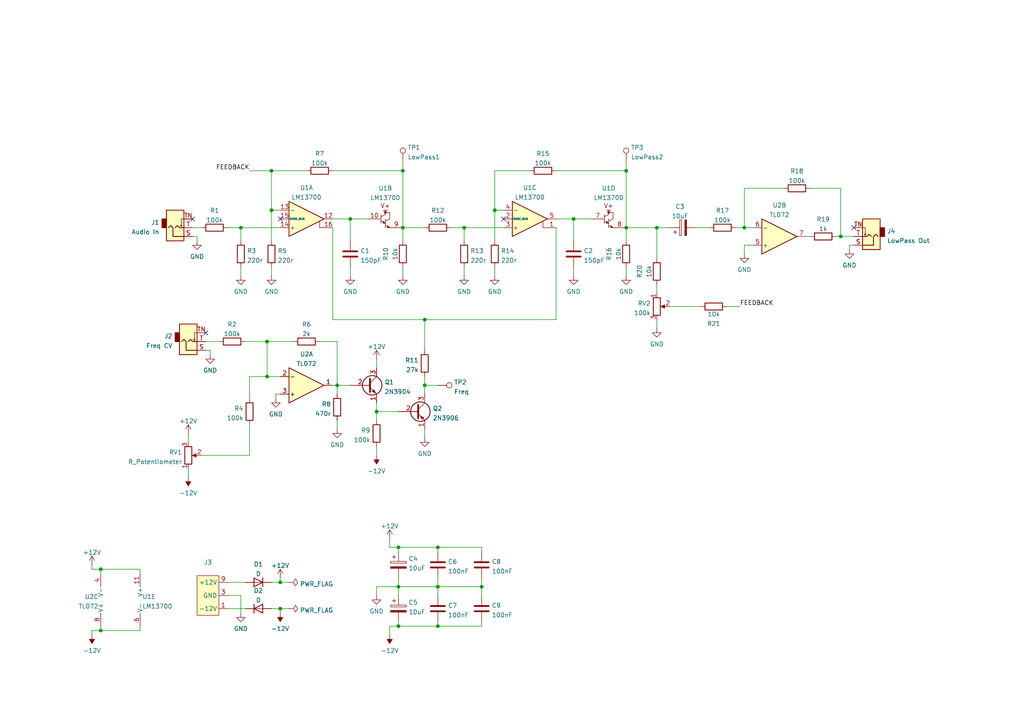
<source format=kicad_sch>
(kicad_sch (version 20211123) (generator eeschema)
  (paper "A4")
  (title_block (title "Example LowPass Filter") (date "2022-05-14") (rev "r01"))
  (lib_symbols
    (symbol "Amplifier_Operational:LM13700" (pin_names (offset 0.127))
      (property "Reference" "U" (at 3.81 5.08 0))
      (property "Value" "LM13700" (at 5.08 -5.08 0))
      (symbol "LM13700_1_1"
        (polyline (pts (xy 3.81 -0.635) (xy 3.81 -2.54) (xy 5.08 -2.54)))
        (polyline (pts (xy 5.08 0) (xy -5.08 -5.08) (xy -5.08 5.08) (xy 5.08 0)) (stroke (width 0.254)) (fill (type background)))
        (pin output line (at 7.62 0 180) (length 2.54) (name "~") (number "12"))
        (pin input line (at -7.62 2.54 0) (length 2.54) (name "-") (number "13"))
        (pin input line (at -7.62 -2.54 0) (length 2.54) (name "+") (number "14"))
        (pin input line (at -7.62 0 0) (length 2.54) (name "DIODE_BIAS") (number "15"))
        (pin input line (at 7.62 -2.54 180) (length 2.54) (name "~") (number "16"))
      )
      (symbol "LM13700_2_0"
        (polyline (pts (xy -1.905 2.54) (xy -3.175 2.54)))
      )
      (symbol "LM13700_2_1"
        (circle (center -2.54 1.905) (radius 0.254) (stroke (width 0.254)) (fill (type outline)))
        (polyline (pts (xy -3.81 -0.635) (xy -2.54 -1.27)))
        (polyline (pts (xy -3.81 1.27) (xy -3.81 -1.27)))
        (polyline (pts (xy -2.54 -1.905) (xy -1.27 -2.54)))
        (polyline (pts (xy -2.54 0) (xy -2.54 -2.54)))
        (polyline (pts (xy -3.81 0.635) (xy -2.54 1.27) (xy -2.54 1.905) (xy -2.54 2.54)))
        (polyline (pts (xy -2.54 -1.27) (xy -3.175 -0.635) (xy -3.175 -1.27) (xy -2.54 -1.27)) (fill (type outline)))
        (polyline (pts (xy -2.54 -0.635) (xy -1.27 0) (xy -1.27 1.905) (xy -2.54 1.905)))
        (polyline (pts (xy -1.27 -2.54) (xy -1.905 -1.905) (xy -1.905 -2.54) (xy -1.27 -2.54)) (fill (type outline)))
        (text "V+" (at -2.54 3.81 0) (effects (font (size 1.27 1.27))))
        (pin input line (at -7.62 0 0) (length 3.81) (name "~") (number "10"))
        (pin output line (at 2.54 -2.54 180) (length 3.81) (name "~") (number "9"))
      )
      (symbol "LM13700_3_1"
        (polyline (pts (xy 3.81 -0.635) (xy 3.81 -2.54) (xy 5.08 -2.54)))
        (polyline (pts (xy 5.08 0) (xy -5.08 -5.08) (xy -5.08 5.08) (xy 5.08 0)) (stroke (width 0.254)) (fill (type background)))
        (pin input line (at 7.62 -2.54 180) (length 2.54) (name "~") (number "1"))
        (pin input line (at -7.62 0 0) (length 2.54) (name "DIODE_BIAS") (number "2"))
        (pin input line (at -7.62 -2.54 0) (length 2.54) (name "+") (number "3"))
        (pin input line (at -7.62 2.54 0) (length 2.54) (name "-") (number "4"))
        (pin output line (at 7.62 0 180) (length 2.54) (name "~") (number "5"))
      )
      (symbol "LM13700_4_0"
        (polyline (pts (xy -3.175 2.54) (xy -1.905 2.54)))
        (text "V+" (at -2.54 3.81 0) (effects (font (size 1.27 1.27))))
      )
      (symbol "LM13700_4_1"
        (circle (center -2.54 1.905) (radius 0.254) (stroke (width 0.254)) (fill (type outline)))
        (polyline (pts (xy -3.81 -0.635) (xy -2.54 -1.27)))
        (polyline (pts (xy -3.81 1.27) (xy -3.81 -1.27)))
        (polyline (pts (xy -2.54 -1.905) (xy -1.27 -2.54)))
        (polyline (pts (xy -2.54 0) (xy -2.54 -2.54)))
        (polyline (pts (xy -3.81 0.635) (xy -2.54 1.27) (xy -2.54 2.54)))
        (polyline (pts (xy -2.54 -1.27) (xy -3.175 -0.635) (xy -3.175 -1.27) (xy -2.54 -1.27)) (fill (type outline)))
        (polyline (pts (xy -2.54 -0.635) (xy -1.27 0) (xy -1.27 1.905) (xy -2.54 1.905)))
        (polyline (pts (xy -1.27 -2.54) (xy -1.905 -1.905) (xy -1.905 -2.54) (xy -1.27 -2.54)) (fill (type outline)))
        (pin input line (at -7.62 0 0) (length 3.81) (name "~") (number "7"))
        (pin output line (at 2.54 -2.54 180) (length 3.81) (name "~") (number "8"))
      )
      (symbol "LM13700_5_1"
        (pin power_in line (at -2.54 7.62 270) (length 3.81) (name "V+") (number "11"))
        (pin power_in line (at -2.54 -7.62 90) (length 3.81) (name "V-") (number "6"))
      )
    )
    (symbol "Amplifier_Operational:TL072" (pin_names (offset 0.127))
      (property "Reference" "U" (at 0 5.08 0))
      (property "Value" "TL072" (at 0 -5.08 0))
      (symbol "TL072_1_1"
        (polyline (pts (xy -5.08 5.08) (xy 5.08 0) (xy -5.08 -5.08) (xy -5.08 5.08)) (stroke (width 0.254)) (fill (type background)))
        (pin output line (at 7.62 0 180) (length 2.54) (name "~") (number "1"))
        (pin input line (at -7.62 -2.54 0) (length 2.54) (name "-") (number "2"))
        (pin input line (at -7.62 2.54 0) (length 2.54) (name "+") (number "3"))
      )
      (symbol "TL072_2_1"
        (polyline (pts (xy -5.08 5.08) (xy 5.08 0) (xy -5.08 -5.08) (xy -5.08 5.08)) (stroke (width 0.254)) (fill (type background)))
        (pin input line (at -7.62 2.54 0) (length 2.54) (name "+") (number "5"))
        (pin input line (at -7.62 -2.54 0) (length 2.54) (name "-") (number "6"))
        (pin output line (at 7.62 0 180) (length 2.54) (name "~") (number "7"))
      )
      (symbol "TL072_3_1"
        (pin power_in line (at -2.54 -7.62 90) (length 3.81) (name "V-") (number "4"))
        (pin power_in line (at -2.54 7.62 270) (length 3.81) (name "V+") (number "8"))
      )
    )
    (symbol "Connector:AudioJack2_SwitchT"
      (property "Reference" "J" (at 0 8.89 0))
      (property "Value" "AudioJack2_SwitchT" (at 0 6.35 0))
      (symbol "AudioJack2_SwitchT_0_1"
        (rectangle (start -2.54 0) (end -3.81 -2.54) (stroke (width 0.254)) (fill (type outline)))
        (polyline (pts (xy 1.778 -0.254) (xy 2.032 -0.762)))
        (polyline (pts (xy 0 0) (xy 0.635 -0.635) (xy 1.27 0) (xy 2.54 0)) (stroke (width 0.254)))
        (polyline (pts (xy 2.54 -2.54) (xy 1.778 -2.54) (xy 1.778 -0.254) (xy 1.524 -0.762)))
        (polyline (pts (xy 2.54 2.54) (xy -0.635 2.54) (xy -0.635 0) (xy -1.27 -0.635) (xy -1.905 0)) (stroke (width 0.254)))
        (rectangle (start 2.54 3.81) (end -2.54 -5.08) (stroke (width 0.254)) (fill (type background)))
      )
      (symbol "AudioJack2_SwitchT_1_1"
        (pin passive line (at 5.08 2.54 180) (length 2.54) (name "~") (number "S"))
        (pin passive line (at 5.08 0 180) (length 2.54) (name "~") (number "T"))
        (pin passive line (at 5.08 -2.54 180) (length 2.54) (name "~") (number "TN"))
      )
    )
    (symbol "Connector:TestPoint" (pin_numbers hide) (pin_names (offset 0.762) hide)
      (property "Reference" "TP" (at 0 6.858 0))
      (property "Value" "TestPoint" (at 0 5.08 0))
      (symbol "TestPoint_0_1"
        (circle (center 0 3.302) (radius 0.762))
      )
      (symbol "TestPoint_1_1"
        (pin passive line (at 0 0 90) (length 2.54) (name "1") (number "1"))
      )
    )
    (symbol "Device:C" (pin_numbers hide) (pin_names (offset 0.254))
      (property "Reference" "C" (at 0.635 2.54 0))
      (property "Value" "C" (at 0.635 -2.54 0))
      (symbol "C_0_1"
        (polyline (pts (xy -2.032 -0.762) (xy 2.032 -0.762)) (stroke (width 0.508)))
        (polyline (pts (xy -2.032 0.762) (xy 2.032 0.762)) (stroke (width 0.508)))
      )
      (symbol "C_1_1"
        (pin passive line (at 0 3.81 270) (length 2.794) (name "~") (number "1"))
        (pin passive line (at 0 -3.81 90) (length 2.794) (name "~") (number "2"))
      )
    )
    (symbol "Device:C_Polarized" (pin_numbers hide) (pin_names (offset 0.254))
      (property "Reference" "C" (at 0.635 2.54 0))
      (property "Value" "C_Polarized" (at 0.635 -2.54 0))
      (symbol "C_Polarized_0_1"
        (rectangle (start -2.286 0.508) (end 2.286 1.016))
        (polyline (pts (xy -1.778 2.286) (xy -0.762 2.286)))
        (polyline (pts (xy -1.27 2.794) (xy -1.27 1.778)))
        (rectangle (start 2.286 -0.508) (end -2.286 -1.016) (fill (type outline)))
      )
      (symbol "C_Polarized_1_1"
        (pin passive line (at 0 3.81 270) (length 2.794) (name "~") (number "1"))
        (pin passive line (at 0 -3.81 90) (length 2.794) (name "~") (number "2"))
      )
    )
    (symbol "Device:D" (pin_numbers hide) (pin_names (offset 1.016) hide)
      (property "Reference" "D" (at 0 2.54 0))
      (property "Value" "D" (at 0 -2.54 0))
      (symbol "D_0_1"
        (polyline (pts (xy -1.27 1.27) (xy -1.27 -1.27)) (stroke (width 0.254)))
        (polyline (pts (xy 1.27 0) (xy -1.27 0)))
        (polyline (pts (xy 1.27 1.27) (xy 1.27 -1.27) (xy -1.27 0) (xy 1.27 1.27)) (stroke (width 0.254)))
      )
      (symbol "D_1_1"
        (pin passive line (at -3.81 0 0) (length 2.54) (name "K") (number "1"))
        (pin passive line (at 3.81 0 180) (length 2.54) (name "A") (number "2"))
      )
    )
    (symbol "Device:R" (pin_numbers hide) (pin_names (offset 0))
      (property "Reference" "R" (at 2.032 0 90))
      (property "Value" "R" (at 0 0 90))
      (symbol "R_0_1"
        (rectangle (start -1.016 -2.54) (end 1.016 2.54) (stroke (width 0.254)))
      )
      (symbol "R_1_1"
        (pin passive line (at 0 3.81 270) (length 1.27) (name "~") (number "1"))
        (pin passive line (at 0 -3.81 90) (length 1.27) (name "~") (number "2"))
      )
    )
    (symbol "Device:R_Potentiometer" (pin_names (offset 1.016) hide)
      (property "Reference" "RV" (at -4.445 0 90))
      (property "Value" "R_Potentiometer" (at -2.54 0 90))
      (symbol "R_Potentiometer_0_1"
        (polyline (pts (xy 2.54 0) (xy 1.524 0)))
        (polyline (pts (xy 1.143 0) (xy 2.286 0.508) (xy 2.286 -0.508) (xy 1.143 0)) (fill (type outline)))
        (rectangle (start 1.016 2.54) (end -1.016 -2.54) (stroke (width 0.254)))
      )
      (symbol "R_Potentiometer_1_1"
        (pin passive line (at 0 3.81 270) (length 1.27) (name "1") (number "1"))
        (pin passive line (at 3.81 0 180) (length 1.27) (name "2") (number "2"))
        (pin passive line (at 0 -3.81 90) (length 1.27) (name "3") (number "3"))
      )
    )
    (symbol "Eurorack_Hardware:Eurorack_Power_Small"
      (property "Reference" "J" (at 0 6.985 0))
      (property "Value" "Eurorack_Power_Small" (at 0 -6.985 0))
      (symbol "Eurorack_Power_Small_0_1"
        (rectangle (start -2.54 5.715) (end 3.81 -5.715) (stroke (width 0.1524)) (fill (type background)))
      )
      (symbol "Eurorack_Power_Small_1_1"
        (pin power_out line (at 6.35 -3.81 180) (length 2.54) (name "-12V") (number "1"))
        (pin passive line (at 6.35 3.81 180) (length 2.54) hide (name "+12V") (number "10"))
        (pin passive line (at 6.35 -3.81 180) (length 2.54) hide (name "-12V") (number "2"))
        (pin power_out line (at 6.35 0 180) (length 2.54) (name "GND") (number "3"))
        (pin passive line (at 6.35 0 180) (length 2.54) hide (name "GND") (number "4"))
        (pin passive line (at 6.35 0 180) (length 2.54) hide (name "GND") (number "5"))
        (pin passive line (at 6.35 0 180) (length 2.54) hide (name "GND") (number "6"))
        (pin passive line (at 6.35 0 180) (length 2.54) hide (name "GND") (number "7"))
        (pin passive line (at 6.35 0 180) (length 2.54) hide (name "GND") (number "8"))
        (pin power_out line (at 6.35 3.81 180) (length 2.54) (name "+12V") (number "9"))
      )
    )
    (symbol "Transistor_BJT:2N3904" (pin_names (offset 0) hide)
      (property "Reference" "Q" (at 5.08 1.905 0))
      (property "Value" "2N3904" (at 5.08 0 0))
      (symbol "2N3904_0_1"
        (polyline (pts (xy 0.635 0.635) (xy 2.54 2.54)))
        (polyline (pts (xy 0.635 -0.635) (xy 2.54 -2.54) (xy 2.54 -2.54)))
        (polyline (pts (xy 0.635 1.905) (xy 0.635 -1.905) (xy 0.635 -1.905)) (stroke (width 0.508)))
        (polyline (pts (xy 1.27 -1.778) (xy 1.778 -1.27) (xy 2.286 -2.286) (xy 1.27 -1.778) (xy 1.27 -1.778)) (fill (type outline)))
        (circle (center 1.27 0) (radius 2.8194) (stroke (width 0.254)))
      )
      (symbol "2N3904_1_1"
        (pin passive line (at 2.54 -5.08 90) (length 2.54) (name "E") (number "1"))
        (pin passive line (at -5.08 0 0) (length 5.715) (name "B") (number "2"))
        (pin passive line (at 2.54 5.08 270) (length 2.54) (name "C") (number "3"))
      )
    )
    (symbol "Transistor_BJT:2N3906" (pin_names (offset 0) hide)
      (property "Reference" "Q" (at 5.08 1.905 0))
      (property "Value" "2N3906" (at 5.08 0 0))
      (symbol "2N3906_0_1"
        (polyline (pts (xy 0.635 0.635) (xy 2.54 2.54)))
        (polyline (pts (xy 0.635 -0.635) (xy 2.54 -2.54) (xy 2.54 -2.54)))
        (polyline (pts (xy 0.635 1.905) (xy 0.635 -1.905) (xy 0.635 -1.905)) (stroke (width 0.508)))
        (polyline (pts (xy 2.286 -1.778) (xy 1.778 -2.286) (xy 1.27 -1.27) (xy 2.286 -1.778) (xy 2.286 -1.778)) (fill (type outline)))
        (circle (center 1.27 0) (radius 2.8194) (stroke (width 0.254)))
      )
      (symbol "2N3906_1_1"
        (pin passive line (at 2.54 -5.08 90) (length 2.54) (name "E") (number "1"))
        (pin input line (at -5.08 0 0) (length 5.715) (name "B") (number "2"))
        (pin passive line (at 2.54 5.08 270) (length 2.54) (name "C") (number "3"))
      )
    )
    (symbol "power:+12V" (power) (pin_names (offset 0))
      (property "Value" "+12V" (at 0 3.556 0))
      (symbol "+12V_0_1"
        (polyline (pts (xy -0.762 1.27) (xy 0 2.54)))
        (polyline (pts (xy 0 0) (xy 0 2.54)))
        (polyline (pts (xy 0 2.54) (xy 0.762 1.27)))
      )
      (symbol "+12V_1_1"
        (pin power_in line (at 0 0 90) (length 0) hide (name "+12V") (number "1"))
      )
    )
    (symbol "power:-12V" (power) (pin_names (offset 0))
      (property "Value" "-12V" (at 0 3.81 0))
      (symbol "-12V_0_0"
        (pin power_in line (at 0 0 90) (length 0) hide (name "-12V") (number "1"))
      )
      (symbol "-12V_0_1"
        (polyline (pts (xy 0 0) (xy 0 1.27) (xy 0.762 1.27) (xy 0 2.54) (xy -0.762 1.27) (xy 0 1.27)) (fill (type outline)))
      )
    )
    (symbol "power:GND" (power) (pin_names (offset 0))
      (property "Value" "GND" (at 0 -3.81 0))
      (symbol "GND_0_1"
        (polyline (pts (xy 0 0) (xy 0 -1.27) (xy 1.27 -1.27) (xy 0 -2.54) (xy -1.27 -1.27) (xy 0 -1.27)))
      )
      (symbol "GND_1_1"
        (pin power_in line (at 0 0 270) (length 0) hide (name "GND") (number "1"))
      )
    )
    (symbol "power:PWR_FLAG" (power) (pin_numbers hide) (pin_names (offset 0) hide)
      (property "Value" "PWR_FLAG" (at 0 3.81 0))
      (symbol "PWR_FLAG_0_0"
        (pin power_out line (at 0 0 90) (length 0) (name "pwr") (number "1"))
      )
      (symbol "PWR_FLAG_0_1"
        (polyline (pts (xy 0 0) (xy 0 1.27) (xy -1.016 1.905) (xy 0 2.54) (xy 1.016 1.905) (xy 0 1.27)))
      )
    )
  )
  (junction (at 123.19 111.76))
  (junction (at 139.7 170.18))
  (junction (at 115.57 158.75))
  (junction (at 116.84 66.04))
  (junction (at 97.79 111.76))
  (junction (at 215.9 66.04))
  (junction (at 127 170.18))
  (junction (at 115.57 181.61))
  (junction (at 181.61 49.53))
  (junction (at 77.47 109.22))
  (junction (at 166.37 63.5))
  (junction (at 123.19 92.71))
  (junction (at 78.74 49.53))
  (junction (at 29.21 165.1))
  (junction (at 81.28 176.53))
  (junction (at 127 181.61))
  (junction (at 190.5 66.04))
  (junction (at 116.84 49.53))
  (junction (at 134.62 66.04))
  (junction (at 115.57 170.18))
  (junction (at 69.85 66.04))
  (junction (at 109.22 119.38))
  (junction (at 77.47 99.06))
  (junction (at 78.74 60.96))
  (junction (at 127 158.75))
  (junction (at 29.21 182.88))
  (junction (at 243.84 68.58))
  (junction (at 101.6 63.5))
  (junction (at 143.51 60.96))
  (junction (at 81.28 168.91))
  (junction (at 181.61 66.04))
  (no_connect (at 247.65 66.04))
  (no_connect (at 81.28 63.5))
  (no_connect (at 55.88 63.5))
  (no_connect (at 146.05 63.5))
  (no_connect (at 59.69 96.52))
  (wire (pts (xy 72.39 132.08) (xy 72.39 123.19)))
  (wire (pts (xy 96.52 63.5) (xy 101.6 63.5)))
  (wire (pts (xy 29.21 165.1) (xy 40.64 165.1)))
  (wire (pts (xy 139.7 170.18) (xy 139.7 172.72)))
  (wire (pts (xy 69.85 66.04) (xy 69.85 69.85)))
  (wire (pts (xy 113.03 158.75) (xy 115.57 158.75)))
  (wire (pts (xy 113.03 184.15) (xy 113.03 181.61)))
  (wire (pts (xy 26.67 163.83) (xy 26.67 165.1)))
  (wire (pts (xy 139.7 167.64) (xy 139.7 170.18)))
  (wire (pts (xy 101.6 77.47) (xy 101.6 80.01)))
  (wire (pts (xy 123.19 111.76) (xy 123.19 114.3)))
  (wire (pts (xy 109.22 129.54) (xy 109.22 132.08)))
  (wire (pts (xy 123.19 124.46) (xy 123.19 127)))
  (wire (pts (xy 190.5 82.55) (xy 190.5 85.09)))
  (wire (pts (xy 215.9 71.12) (xy 215.9 73.66)))
  (wire (pts (xy 78.74 60.96) (xy 81.28 60.96)))
  (wire (pts (xy 153.67 49.53) (xy 143.51 49.53)))
  (wire (pts (xy 57.15 68.58) (xy 57.15 69.85)))
  (wire (pts (xy 130.81 66.04) (xy 134.62 66.04)))
  (wire (pts (xy 166.37 77.47) (xy 166.37 80.01)))
  (wire (pts (xy 234.95 54.61) (xy 243.84 54.61)))
  (wire (pts (xy 166.37 63.5) (xy 171.45 63.5)))
  (wire (pts (xy 115.57 170.18) (xy 127 170.18)))
  (wire (pts (xy 115.57 158.75) (xy 127 158.75)))
  (wire (pts (xy 201.93 66.04) (xy 205.74 66.04)))
  (wire (pts (xy 78.74 49.53) (xy 78.74 60.96)))
  (wire (pts (xy 29.21 182.88) (xy 40.64 182.88)))
  (wire (pts (xy 210.82 88.9) (xy 214.63 88.9)))
  (wire (pts (xy 26.67 182.88) (xy 29.21 182.88)))
  (wire (pts (xy 246.38 71.12) (xy 246.38 72.39)))
  (wire (pts (xy 243.84 54.61) (xy 243.84 68.58)))
  (wire (pts (xy 26.67 165.1) (xy 29.21 165.1)))
  (wire (pts (xy 88.9 49.53) (xy 78.74 49.53)))
  (wire (pts (xy 161.29 63.5) (xy 166.37 63.5)))
  (wire (pts (xy 181.61 77.47) (xy 181.61 80.01)))
  (wire (pts (xy 54.61 125.73) (xy 54.61 128.27)))
  (wire (pts (xy 72.39 109.22) (xy 77.47 109.22)))
  (wire (pts (xy 77.47 109.22) (xy 77.47 99.06)))
  (wire (pts (xy 78.74 77.47) (xy 78.74 80.01)))
  (wire (pts (xy 127 158.75) (xy 127 160.02)))
  (wire (pts (xy 96.52 49.53) (xy 116.84 49.53)))
  (wire (pts (xy 127 170.18) (xy 139.7 170.18)))
  (wire (pts (xy 213.36 66.04) (xy 215.9 66.04)))
  (wire (pts (xy 81.28 109.22) (xy 77.47 109.22)))
  (wire (pts (xy 81.28 114.3) (xy 80.01 114.3)))
  (wire (pts (xy 116.84 66.04) (xy 123.19 66.04)))
  (wire (pts (xy 109.22 104.14) (xy 109.22 106.68)))
  (wire (pts (xy 143.51 49.53) (xy 143.51 60.96)))
  (wire (pts (xy 194.31 88.9) (xy 203.2 88.9)))
  (wire (pts (xy 78.74 176.53) (xy 81.28 176.53)))
  (wire (pts (xy 181.61 66.04) (xy 190.5 66.04)))
  (wire (pts (xy 181.61 49.53) (xy 181.61 66.04)))
  (wire (pts (xy 143.51 69.85) (xy 143.51 60.96)))
  (wire (pts (xy 113.03 181.61) (xy 115.57 181.61)))
  (wire (pts (xy 78.74 69.85) (xy 78.74 60.96)))
  (wire (pts (xy 134.62 66.04) (xy 134.62 69.85)))
  (wire (pts (xy 127 180.34) (xy 127 181.61)))
  (wire (pts (xy 26.67 184.15) (xy 26.67 182.88)))
  (wire (pts (xy 109.22 119.38) (xy 109.22 121.92)))
  (wire (pts (xy 190.5 66.04) (xy 190.5 74.93)))
  (wire (pts (xy 127 170.18) (xy 127 172.72)))
  (wire (pts (xy 161.29 49.53) (xy 181.61 49.53)))
  (wire (pts (xy 116.84 46.99) (xy 116.84 49.53)))
  (wire (pts (xy 134.62 66.04) (xy 146.05 66.04)))
  (wire (pts (xy 243.84 68.58) (xy 242.57 68.58)))
  (wire (pts (xy 96.52 92.71) (xy 123.19 92.71)))
  (wire (pts (xy 81.28 176.53) (xy 83.82 176.53)))
  (wire (pts (xy 96.52 66.04) (xy 96.52 92.71)))
  (wire (pts (xy 77.47 99.06) (xy 85.09 99.06)))
  (wire (pts (xy 227.33 54.61) (xy 215.9 54.61)))
  (wire (pts (xy 116.84 66.04) (xy 116.84 69.85)))
  (wire (pts (xy 78.74 168.91) (xy 81.28 168.91)))
  (wire (pts (xy 243.84 68.58) (xy 247.65 68.58)))
  (wire (pts (xy 66.04 176.53) (xy 71.12 176.53)))
  (wire (pts (xy 72.39 49.53) (xy 78.74 49.53)))
  (wire (pts (xy 55.88 68.58) (xy 57.15 68.58)))
  (wire (pts (xy 29.21 181.61) (xy 29.21 182.88)))
  (wire (pts (xy 69.85 77.47) (xy 69.85 80.01)))
  (wire (pts (xy 143.51 60.96) (xy 146.05 60.96)))
  (wire (pts (xy 181.61 66.04) (xy 181.61 69.85)))
  (wire (pts (xy 97.79 111.76) (xy 101.6 111.76)))
  (wire (pts (xy 127 167.64) (xy 127 170.18)))
  (wire (pts (xy 97.79 111.76) (xy 96.52 111.76)))
  (wire (pts (xy 123.19 111.76) (xy 127 111.76)))
  (wire (pts (xy 115.57 181.61) (xy 127 181.61)))
  (wire (pts (xy 55.88 66.04) (xy 58.42 66.04)))
  (wire (pts (xy 247.65 71.12) (xy 246.38 71.12)))
  (wire (pts (xy 40.64 182.88) (xy 40.64 181.61)))
  (wire (pts (xy 161.29 66.04) (xy 161.29 92.71)))
  (wire (pts (xy 66.04 172.72) (xy 69.85 172.72)))
  (wire (pts (xy 116.84 49.53) (xy 116.84 66.04)))
  (wire (pts (xy 69.85 172.72) (xy 69.85 177.8)))
  (wire (pts (xy 127 158.75) (xy 139.7 158.75)))
  (wire (pts (xy 109.22 116.84) (xy 109.22 119.38)))
  (wire (pts (xy 54.61 135.89) (xy 54.61 138.43)))
  (wire (pts (xy 218.44 71.12) (xy 215.9 71.12)))
  (wire (pts (xy 115.57 180.34) (xy 115.57 181.61)))
  (wire (pts (xy 115.57 170.18) (xy 109.22 170.18)))
  (wire (pts (xy 215.9 54.61) (xy 215.9 66.04)))
  (wire (pts (xy 92.71 99.06) (xy 97.79 99.06)))
  (wire (pts (xy 97.79 121.92) (xy 97.79 124.46)))
  (wire (pts (xy 233.68 68.58) (xy 234.95 68.58)))
  (wire (pts (xy 101.6 63.5) (xy 106.68 63.5)))
  (wire (pts (xy 134.62 77.47) (xy 134.62 80.01)))
  (wire (pts (xy 80.01 114.3) (xy 80.01 115.57)))
  (wire (pts (xy 59.69 99.06) (xy 63.5 99.06)))
  (wire (pts (xy 215.9 66.04) (xy 218.44 66.04)))
  (wire (pts (xy 115.57 170.18) (xy 115.57 172.72)))
  (wire (pts (xy 113.03 156.21) (xy 113.03 158.75)))
  (wire (pts (xy 127 181.61) (xy 139.7 181.61)))
  (wire (pts (xy 58.42 132.08) (xy 72.39 132.08)))
  (wire (pts (xy 116.84 77.47) (xy 116.84 80.01)))
  (wire (pts (xy 40.64 165.1) (xy 40.64 166.37)))
  (wire (pts (xy 109.22 119.38) (xy 115.57 119.38)))
  (wire (pts (xy 181.61 46.99) (xy 181.61 49.53)))
  (wire (pts (xy 97.79 111.76) (xy 97.79 114.3)))
  (wire (pts (xy 66.04 66.04) (xy 69.85 66.04)))
  (wire (pts (xy 71.12 99.06) (xy 77.47 99.06)))
  (wire (pts (xy 59.69 101.6) (xy 60.96 101.6)))
  (wire (pts (xy 123.19 92.71) (xy 123.19 101.6)))
  (wire (pts (xy 29.21 165.1) (xy 29.21 166.37)))
  (wire (pts (xy 81.28 168.91) (xy 81.28 167.64)))
  (wire (pts (xy 60.96 101.6) (xy 60.96 102.87)))
  (wire (pts (xy 139.7 158.75) (xy 139.7 160.02)))
  (wire (pts (xy 166.37 63.5) (xy 166.37 69.85)))
  (wire (pts (xy 139.7 181.61) (xy 139.7 180.34)))
  (wire (pts (xy 123.19 109.22) (xy 123.19 111.76)))
  (wire (pts (xy 81.28 176.53) (xy 81.28 177.8)))
  (wire (pts (xy 109.22 172.72) (xy 109.22 170.18)))
  (wire (pts (xy 115.57 158.75) (xy 115.57 160.02)))
  (wire (pts (xy 97.79 99.06) (xy 97.79 111.76)))
  (wire (pts (xy 161.29 92.71) (xy 123.19 92.71)))
  (wire (pts (xy 190.5 92.71) (xy 190.5 95.25)))
  (wire (pts (xy 143.51 77.47) (xy 143.51 80.01)))
  (wire (pts (xy 81.28 168.91) (xy 83.82 168.91)))
  (wire (pts (xy 69.85 66.04) (xy 81.28 66.04)))
  (wire (pts (xy 72.39 115.57) (xy 72.39 109.22)))
  (wire (pts (xy 66.04 168.91) (xy 71.12 168.91)))
  (wire (pts (xy 115.57 167.64) (xy 115.57 170.18)))
  (wire (pts (xy 190.5 66.04) (xy 194.31 66.04)))
  (wire (pts (xy 101.6 63.5) (xy 101.6 69.85)))
  (label "FEEDBACK" (at 72.39 49.53 180))
  (label "FEEDBACK" (at 214.63 88.9 0))
  (symbol (lib_id "power:GND") (at 57.15 69.85 0) (unit 1)
    (property "Reference" "#PWR03" (effects hide))
    (property "Value" "GND" (at 57.15 74.4125 0))
  )
  (symbol (lib_id "Amplifier_Operational:LM13700") (at 43.18 173.99 0) (unit 5)
    (property "Reference" "U1" (at 41.275 173.0815 0) (effects (justify left)))
    (property "Value" "LM13700" (at 41.275 175.8566 0) (effects (justify left)))
    (property "Footprint" "Rumblesan_Footprints:DIP-16_W7.62mm_Socket" (effects hide))
    (property "Datasheet" "http://www.ti.com/lit/ds/symlink/lm13700.pdf" (effects hide))
  )
  (symbol (lib_id "power:GND") (at 80.01 115.57 0) (unit 1)
    (property "Reference" "#PWR07" (effects hide))
    (property "Value" "GND" (at 80.01 120.1325 0))
  )
  (symbol (lib_id "Device:C_Polarized") (at 115.57 176.53 0) (unit 1)
    (property "Reference" "C5" (at 118.491 174.7325 0) (effects (justify left)))
    (property "Value" "10uF" (at 118.491 177.5076 0) (effects (justify left)))
    (property "Footprint" "Capacitor_THT:CP_Radial_D5.0mm_P2.00mm" (effects hide))
  )
  (symbol (lib_id "power:PWR_FLAG") (at 83.82 168.91 270) (unit 1)
    (property "Reference" "#FLG0101" (effects hide))
    (property "Value" "PWR_FLAG" (at 86.995 169.389 90) (effects (justify left)))
  )
  (symbol (lib_id "power:-12V") (at 54.61 138.43 180) (unit 1)
    (property "Reference" "#PWR02" (effects hide))
    (property "Value" "-12V" (at 54.61 142.9925 0))
  )
  (symbol (lib_id "power:GND") (at 190.5 95.25 0) (unit 1)
    (property "Reference" "#PWR0101" (effects hide))
    (property "Value" "GND" (at 190.5 99.8125 0))
  )
  (symbol (lib_id "power:GND") (at 166.37 80.01 0) (unit 1)
    (property "Reference" "#PWR016" (effects hide))
    (property "Value" "GND" (at 166.37 84.5725 0))
  )
  (symbol (lib_id "Device:D") (at 74.93 168.91 180) (unit 1)
    (property "Reference" "D1" (at 74.93 163.6735 0))
    (property "Value" "D" (at 74.93 166.4486 0))
    (property "Footprint" "Rumblesan_Footprints:Diode_THT_P10.16mm_Horizontal" (effects hide))
  )
  (symbol (lib_id "power:GND") (at 101.6 80.01 0) (unit 1)
    (property "Reference" "#PWR09" (effects hide))
    (property "Value" "GND" (at 101.6 84.5725 0))
  )
  (symbol (lib_id "Connector:AudioJack2_SwitchT") (at 54.61 99.06 0) (mirror x) (unit 1)
    (property "Reference" "J2" (at 50.0381 97.5165 0) (effects (justify right)))
    (property "Value" "Freq CV" (at 50.0381 100.2916 0) (effects (justify right)))
    (property "Footprint" "EurorackBasics:Jack_3.5mm_QingPu_WQP-PJ398SM_Vertical" (effects hide))
  )
  (symbol (lib_id "power:GND") (at 60.96 102.87 0) (unit 1)
    (property "Reference" "#PWR04" (effects hide))
    (property "Value" "GND" (at 60.96 107.4325 0))
  )
  (symbol (lib_id "Amplifier_Operational:TL072") (at 226.06 68.58 0) (mirror x) (unit 2)
    (property "Reference" "U2" (at 226.06 59.5335 0))
    (property "Value" "TL072" (at 226.06 62.3086 0))
    (property "Footprint" "Rumblesan_Footprints:DIP-8_W7.62mm_Socket" (effects hide))
    (property "Datasheet" "http://www.ti.com/lit/ds/symlink/tl071.pdf" (effects hide))
  )
  (symbol (lib_id "power:PWR_FLAG") (at 83.82 176.53 270) (unit 1)
    (property "Reference" "#FLG0102" (effects hide))
    (property "Value" "PWR_FLAG" (at 86.995 177.009 90) (effects (justify left)))
  )
  (symbol (lib_id "Device:R") (at 207.01 88.9 90) (unit 1)
    (property "Reference" "R21" (at 207.01 93.8825 90))
    (property "Value" "10k" (at 207.01 91.1074 90))
    (property "Footprint" "Rumblesan_Footprints:Resistor_THT_L6.3mm_D2.5mm_P10.16mm_Horizontal" (effects hide))
  )
  (symbol (lib_id "Device:R") (at 134.62 73.66 180) (unit 1)
    (property "Reference" "R13" (at 136.398 72.7515 0) (effects (justify right)))
    (property "Value" "220r" (at 136.398 75.5266 0) (effects (justify right)))
    (property "Footprint" "Rumblesan_Footprints:Resistor_THT_L6.3mm_D2.5mm_P10.16mm_Horizontal" (effects hide))
  )
  (symbol (lib_id "Device:C_Polarized") (at 115.57 163.83 0) (unit 1)
    (property "Reference" "C4" (at 118.491 162.0325 0) (effects (justify left)))
    (property "Value" "10uF" (at 118.491 164.8076 0) (effects (justify left)))
    (property "Footprint" "Capacitor_THT:CP_Radial_D5.0mm_P2.00mm" (effects hide))
  )
  (symbol (lib_id "power:GND") (at 134.62 80.01 0) (unit 1)
    (property "Reference" "#PWR014" (effects hide))
    (property "Value" "GND" (at 134.62 84.5725 0))
  )
  (symbol (lib_id "Device:D") (at 74.93 176.53 0) (unit 1)
    (property "Reference" "D2" (at 74.93 171.2935 0))
    (property "Value" "D" (at 74.93 174.0686 0))
    (property "Footprint" "Rumblesan_Footprints:Diode_THT_P10.16mm_Horizontal" (effects hide))
  )
  (symbol (lib_id "power:GND") (at 69.85 80.01 0) (unit 1)
    (property "Reference" "#PWR05" (effects hide))
    (property "Value" "GND" (at 69.85 84.5725 0))
  )
  (symbol (lib_id "Device:R") (at 72.39 119.38 0) (mirror x) (unit 1)
    (property "Reference" "R4" (at 70.6121 118.4715 0) (effects (justify right)))
    (property "Value" "100k" (at 70.6121 121.2466 0) (effects (justify right)))
    (property "Footprint" "Rumblesan_Footprints:Resistor_THT_L6.3mm_D2.5mm_P10.16mm_Horizontal" (effects hide))
  )
  (symbol (lib_id "power:GND") (at 123.19 127 0) (unit 1)
    (property "Reference" "#PWR013" (effects hide))
    (property "Value" "GND" (at 123.19 131.5625 0))
  )
  (symbol (lib_id "Device:R") (at 109.22 125.73 0) (mirror x) (unit 1)
    (property "Reference" "R9" (at 107.4421 124.8215 0) (effects (justify right)))
    (property "Value" "100k" (at 107.4421 127.5966 0) (effects (justify right)))
    (property "Footprint" "Rumblesan_Footprints:Resistor_THT_L6.3mm_D2.5mm_P10.16mm_Horizontal" (effects hide))
  )
  (symbol (lib_id "power:GND") (at 181.61 80.01 0) (unit 1)
    (property "Reference" "#PWR018" (effects hide))
    (property "Value" "GND" (at 181.61 84.5725 0))
  )
  (symbol (lib_id "Device:R") (at 143.51 73.66 180) (unit 1)
    (property "Reference" "R14" (at 145.288 72.7515 0) (effects (justify right)))
    (property "Value" "220r" (at 145.288 75.5266 0) (effects (justify right)))
    (property "Footprint" "Rumblesan_Footprints:Resistor_THT_L6.3mm_D2.5mm_P10.16mm_Horizontal" (effects hide))
  )
  (symbol (lib_id "Device:R") (at 181.61 73.66 0) (unit 1)
    (property "Reference" "R16" (at 176.6275 73.66 90))
    (property "Value" "10k" (at 179.4026 73.66 90))
    (property "Footprint" "Rumblesan_Footprints:Resistor_THT_L6.3mm_D2.5mm_P10.16mm_Horizontal" (effects hide))
  )
  (symbol (lib_id "Device:R") (at 157.48 49.53 270) (unit 1)
    (property "Reference" "R15" (at 157.48 44.5475 90))
    (property "Value" "100k" (at 157.48 47.3226 90))
    (property "Footprint" "Rumblesan_Footprints:Resistor_THT_L6.3mm_D2.5mm_P10.16mm_Horizontal" (effects hide))
  )
  (symbol (lib_id "Device:R") (at 62.23 66.04 90) (unit 1)
    (property "Reference" "R1" (at 62.23 61.0575 90))
    (property "Value" "100k" (at 62.23 63.8326 90))
    (property "Footprint" "Rumblesan_Footprints:Resistor_THT_L6.3mm_D2.5mm_P10.16mm_Horizontal" (effects hide))
  )
  (symbol (lib_id "Amplifier_Operational:TL072") (at 31.75 173.99 0) (mirror x) (unit 3)
    (property "Reference" "U2" (at 28.5751 173.0815 0) (effects (justify right)))
    (property "Value" "TL072" (at 28.5751 175.8566 0) (effects (justify right)))
    (property "Footprint" "Rumblesan_Footprints:DIP-8_W7.62mm_Socket" (effects hide))
    (property "Datasheet" "http://www.ti.com/lit/ds/symlink/tl071.pdf" (effects hide))
  )
  (symbol (lib_id "power:+12V") (at 81.28 167.64 0) (unit 1)
    (property "Reference" "#PWR019" (effects hide))
    (property "Value" "+12V" (at 81.28 164.0355 0))
  )
  (symbol (lib_id "Device:C") (at 127 163.83 0) (unit 1)
    (property "Reference" "C6" (at 129.921 162.9215 0) (effects (justify left)))
    (property "Value" "100nF" (at 129.921 165.6966 0) (effects (justify left)))
    (property "Footprint" "Rumblesan_Footprints:C_Rect_L7.0mm_W3.5mm_P5.00mm" (effects hide))
  )
  (symbol (lib_id "Device:R") (at 92.71 49.53 270) (unit 1)
    (property "Reference" "R7" (at 92.71 44.5475 90))
    (property "Value" "100k" (at 92.71 47.3226 90))
    (property "Footprint" "Rumblesan_Footprints:Resistor_THT_L6.3mm_D2.5mm_P10.16mm_Horizontal" (effects hide))
  )
  (symbol (lib_id "Device:C") (at 166.37 73.66 0) (unit 1)
    (property "Reference" "C2" (at 169.291 72.7515 0) (effects (justify left)))
    (property "Value" "150pF" (at 169.291 75.5266 0) (effects (justify left)))
    (property "Footprint" "Rumblesan_Footprints:C_Rect_L7.0mm_W3.5mm_P5.00mm" (effects hide))
  )
  (symbol (lib_id "Device:R_Potentiometer") (at 54.61 132.08 0) (mirror x) (unit 1)
    (property "Reference" "RV1" (at 52.8321 131.1715 0) (effects (justify right)))
    (property "Value" "R_Potentiometer" (at 52.8321 133.9466 0) (effects (justify right)))
    (property "Footprint" "Rumblesan_Footprints:Potentiometer_Alpha_RD901F-40-00D_Single_Vertical" (effects hide))
  )
  (symbol (lib_id "power:+12V") (at 26.67 163.83 0) (unit 1)
    (property "Reference" "#PWR021" (effects hide))
    (property "Value" "+12V" (at 26.67 160.2255 0))
  )
  (symbol (lib_id "Device:R") (at 97.79 118.11 0) (mirror x) (unit 1)
    (property "Reference" "R8" (at 96.012 117.2015 0) (effects (justify right)))
    (property "Value" "470r" (at 96.012 119.9766 0) (effects (justify right)))
    (property "Footprint" "Rumblesan_Footprints:Resistor_THT_L6.3mm_D2.5mm_P10.16mm_Horizontal" (effects hide))
  )
  (symbol (lib_id "Device:R") (at 78.74 73.66 180) (unit 1)
    (property "Reference" "R5" (at 80.518 72.7515 0) (effects (justify right)))
    (property "Value" "220r" (at 80.518 75.5266 0) (effects (justify right)))
    (property "Footprint" "Rumblesan_Footprints:Resistor_THT_L6.3mm_D2.5mm_P10.16mm_Horizontal" (effects hide))
  )
  (symbol (lib_id "Device:R_Potentiometer") (at 190.5 88.9 0) (unit 1)
    (property "Reference" "RV2" (at 188.7221 87.9915 0) (effects (justify right)))
    (property "Value" "100k" (at 188.7221 90.7666 0) (effects (justify right)))
    (property "Footprint" "Rumblesan_Footprints:Potentiometer_Alpha_RD901F-40-00D_Single_Vertical" (effects hide))
  )
  (symbol (lib_id "Device:C") (at 101.6 73.66 0) (unit 1)
    (property "Reference" "C1" (at 104.521 72.7515 0) (effects (justify left)))
    (property "Value" "150pF" (at 104.521 75.5266 0) (effects (justify left)))
    (property "Footprint" "Rumblesan_Footprints:C_Rect_L7.0mm_W3.5mm_P5.00mm" (effects hide))
  )
  (symbol (lib_id "power:+12V") (at 54.61 125.73 0) (unit 1)
    (property "Reference" "#PWR01" (effects hide))
    (property "Value" "+12V" (at 54.61 122.1255 0))
  )
  (symbol (lib_id "Device:R") (at 88.9 99.06 90) (unit 1)
    (property "Reference" "R6" (at 88.9 94.0775 90))
    (property "Value" "2k" (at 88.9 96.8526 90))
    (property "Footprint" "Rumblesan_Footprints:Resistor_THT_L6.3mm_D2.5mm_P10.16mm_Horizontal" (effects hide))
  )
  (symbol (lib_id "Device:C") (at 139.7 163.83 0) (unit 1)
    (property "Reference" "C8" (at 142.621 162.9215 0) (effects (justify left)))
    (property "Value" "100nF" (at 142.621 165.6966 0) (effects (justify left)))
    (property "Footprint" "Rumblesan_Footprints:C_Rect_L7.0mm_W3.5mm_P5.00mm" (effects hide))
  )
  (symbol (lib_id "Connector:TestPoint") (at 116.84 46.99 0) (unit 1)
    (property "Reference" "TP1" (at 118.237 42.7795 0) (effects (justify left)))
    (property "Value" "LowPass1" (at 118.237 45.5546 0) (effects (justify left)))
    (property "Footprint" "TestPoint:TestPoint_Loop_D2.54mm_Drill1.5mm_Beaded" (effects hide))
  )
  (symbol (lib_id "Device:R") (at 116.84 73.66 0) (unit 1)
    (property "Reference" "R10" (at 111.8575 73.66 90))
    (property "Value" "10k" (at 114.6326 73.66 90))
    (property "Footprint" "Rumblesan_Footprints:Resistor_THT_L6.3mm_D2.5mm_P10.16mm_Horizontal" (effects hide))
  )
  (symbol (lib_id "Amplifier_Operational:LM13700") (at 153.67 63.5 0) (unit 3)
    (property "Reference" "U1" (at 153.67 54.4535 0))
    (property "Value" "LM13700" (at 153.67 57.2286 0))
    (property "Footprint" "Rumblesan_Footprints:DIP-16_W7.62mm_Socket" (effects hide))
    (property "Datasheet" "http://www.ti.com/lit/ds/symlink/lm13700.pdf" (effects hide))
  )
  (symbol (lib_id "power:-12V") (at 109.22 132.08 180) (unit 1)
    (property "Reference" "#PWR011" (effects hide))
    (property "Value" "-12V" (at 109.22 136.6425 0))
  )
  (symbol (lib_id "power:GND") (at 97.79 124.46 0) (unit 1)
    (property "Reference" "#PWR08" (effects hide))
    (property "Value" "GND" (at 97.79 129.0225 0))
  )
  (symbol (lib_id "Device:R") (at 67.31 99.06 90) (unit 1)
    (property "Reference" "R2" (at 67.31 94.0775 90))
    (property "Value" "100k" (at 67.31 96.8526 90))
    (property "Footprint" "Rumblesan_Footprints:Resistor_THT_L6.3mm_D2.5mm_P10.16mm_Horizontal" (effects hide))
  )
  (symbol (lib_id "power:GND") (at 143.51 80.01 0) (unit 1)
    (property "Reference" "#PWR015" (effects hide))
    (property "Value" "GND" (at 143.51 84.5725 0))
  )
  (symbol (lib_id "Eurorack_Hardware:Eurorack_Power_Small") (at 59.69 172.72 0) (unit 1)
    (property "Reference" "J3" (at 60.325 163.0893 0))
    (property "Value" "Eurorack_Power_Small" (effects hide))
    (property "Footprint" "EurorackBasics:Eurorack_PowerHeader_2x05_P2.54mm_Bare" (effects hide))
  )
  (symbol (lib_id "power:-12V") (at 81.28 177.8 180) (unit 1)
    (property "Reference" "#PWR020" (effects hide))
    (property "Value" "-12V" (at 81.28 182.3625 0))
  )
  (symbol (lib_id "power:-12V") (at 26.67 184.15 180) (unit 1)
    (property "Reference" "#PWR022" (effects hide))
    (property "Value" "-12V" (at 26.67 188.7125 0))
  )
  (symbol (lib_id "Transistor_BJT:2N3906") (at 120.65 119.38 0) (unit 1)
    (property "Reference" "Q2" (at 125.5014 118.4715 0) (effects (justify left)))
    (property "Value" "2N3906" (at 125.5014 121.2466 0) (effects (justify left)))
    (property "Footprint" "Package_TO_SOT_THT:TO-92_Inline_Wide" (effects hide))
    (property "Datasheet" "https://www.onsemi.com/pub/Collateral/2N3906-D.PDF" (effects hide))
  )
  (symbol (lib_id "Connector:TestPoint") (at 181.61 46.99 0) (unit 1)
    (property "Reference" "TP3" (at 183.007 42.7795 0) (effects (justify left)))
    (property "Value" "LowPass2" (at 183.007 45.5546 0) (effects (justify left)))
    (property "Footprint" "TestPoint:TestPoint_Loop_D2.54mm_Drill1.5mm_Beaded" (effects hide))
  )
  (symbol (lib_id "Device:R") (at 231.14 54.61 270) (unit 1)
    (property "Reference" "R18" (at 231.14 49.6275 90))
    (property "Value" "100k" (at 231.14 52.4026 90))
    (property "Footprint" "Rumblesan_Footprints:Resistor_THT_L6.3mm_D2.5mm_P10.16mm_Horizontal" (effects hide))
  )
  (symbol (lib_id "Connector:AudioJack2_SwitchT") (at 50.8 66.04 0) (mirror x) (unit 1)
    (property "Reference" "J1" (at 46.2281 64.4965 0) (effects (justify right)))
    (property "Value" "Audio In" (at 46.2281 67.2716 0) (effects (justify right)))
    (property "Footprint" "EurorackBasics:Jack_3.5mm_QingPu_WQP-PJ398SM_Vertical" (effects hide))
  )
  (symbol (lib_id "power:GND") (at 116.84 80.01 0) (unit 1)
    (property "Reference" "#PWR012" (effects hide))
    (property "Value" "GND" (at 116.84 84.5725 0))
  )
  (symbol (lib_id "Device:R") (at 127 66.04 90) (unit 1)
    (property "Reference" "R12" (at 127 61.0575 90))
    (property "Value" "100k" (at 127 63.8326 90))
    (property "Footprint" "Rumblesan_Footprints:Resistor_THT_L6.3mm_D2.5mm_P10.16mm_Horizontal" (effects hide))
  )
  (symbol (lib_id "power:GND") (at 215.9 73.66 0) (unit 1)
    (property "Reference" "#PWR024" (effects hide))
    (property "Value" "GND" (at 215.9 78.2225 0))
  )
  (symbol (lib_id "Device:C_Polarized") (at 198.12 66.04 90) (unit 1)
    (property "Reference" "C3" (at 197.231 59.9145 90))
    (property "Value" "10uF" (at 197.231 62.6896 90))
    (property "Footprint" "Capacitor_THT:CP_Radial_D5.0mm_P2.00mm" (effects hide))
  )
  (symbol (lib_id "Transistor_BJT:2N3904") (at 106.68 111.76 0) (unit 1)
    (property "Reference" "Q1" (at 111.5314 110.8515 0) (effects (justify left)))
    (property "Value" "2N3904" (at 111.5314 113.6266 0) (effects (justify left)))
    (property "Footprint" "Package_TO_SOT_THT:TO-92_Inline_Wide" (effects hide))
    (property "Datasheet" "https://www.onsemi.com/pub/Collateral/2N3903-D.PDF" (effects hide))
  )
  (symbol (lib_id "Amplifier_Operational:TL072") (at 88.9 111.76 0) (mirror x) (unit 1)
    (property "Reference" "U2" (at 88.9 102.7135 0))
    (property "Value" "TL072" (at 88.9 105.4886 0))
    (property "Footprint" "Rumblesan_Footprints:DIP-8_W7.62mm_Socket" (effects hide))
    (property "Datasheet" "http://www.ti.com/lit/ds/symlink/tl071.pdf" (effects hide))
  )
  (symbol (lib_id "power:GND") (at 246.38 72.39 0) (mirror y) (unit 1)
    (property "Reference" "#PWR027" (effects hide))
    (property "Value" "GND" (at 246.38 76.9525 0))
  )
  (symbol (lib_id "Device:C") (at 127 176.53 0) (unit 1)
    (property "Reference" "C7" (at 129.921 175.6215 0) (effects (justify left)))
    (property "Value" "100nF" (at 129.921 178.3966 0) (effects (justify left)))
    (property "Footprint" "Rumblesan_Footprints:C_Rect_L7.0mm_W3.5mm_P5.00mm" (effects hide))
  )
  (symbol (lib_id "power:+12V") (at 109.22 104.14 0) (unit 1)
    (property "Reference" "#PWR010" (effects hide))
    (property "Value" "+12V" (at 109.22 100.5355 0))
  )
  (symbol (lib_id "Device:R") (at 69.85 73.66 180) (unit 1)
    (property "Reference" "R3" (at 71.628 72.7515 0) (effects (justify right)))
    (property "Value" "220r" (at 71.628 75.5266 0) (effects (justify right)))
    (property "Footprint" "Rumblesan_Footprints:Resistor_THT_L6.3mm_D2.5mm_P10.16mm_Horizontal" (effects hide))
  )
  (symbol (lib_id "Amplifier_Operational:LM13700") (at 179.07 63.5 0) (unit 4)
    (property "Reference" "U1" (at 176.53 54.5899 0))
    (property "Value" "LM13700" (at 176.53 57.365 0))
    (property "Footprint" "Rumblesan_Footprints:DIP-16_W7.62mm_Socket" (effects hide))
    (property "Datasheet" "http://www.ti.com/lit/ds/symlink/lm13700.pdf" (effects hide))
  )
  (symbol (lib_id "Connector:AudioJack2_SwitchT") (at 252.73 68.58 180) (unit 1)
    (property "Reference" "J4" (at 257.302 67.0365 0) (effects (justify right)))
    (property "Value" "LowPass Out" (at 257.302 69.8116 0) (effects (justify right)))
    (property "Footprint" "EurorackBasics:Jack_3.5mm_QingPu_WQP-PJ398SM_Vertical" (effects hide))
  )
  (symbol (lib_id "power:GND") (at 109.22 172.72 0) (unit 1)
    (property "Reference" "#PWR023" (effects hide))
    (property "Value" "GND" (at 109.22 177.2825 0))
  )
  (symbol (lib_id "power:-12V") (at 113.03 184.15 180) (unit 1)
    (property "Reference" "#PWR026" (effects hide))
    (property "Value" "-12V" (at 113.03 188.7125 0))
  )
  (symbol (lib_id "Connector:TestPoint") (at 127 111.76 270) (unit 1)
    (property "Reference" "TP2" (at 131.699 110.8515 90) (effects (justify left)))
    (property "Value" "Freq" (at 131.699 113.6266 90) (effects (justify left)))
    (property "Footprint" "TestPoint:TestPoint_Loop_D2.54mm_Drill1.5mm_Beaded" (effects hide))
  )
  (symbol (lib_id "Device:R") (at 190.5 78.74 0) (unit 1)
    (property "Reference" "R20" (at 185.5175 78.74 90))
    (property "Value" "10k" (at 188.2926 78.74 90))
    (property "Footprint" "Rumblesan_Footprints:Resistor_THT_L6.3mm_D2.5mm_P10.16mm_Horizontal" (effects hide))
  )
  (symbol (lib_id "power:+12V") (at 113.03 156.21 0) (unit 1)
    (property "Reference" "#PWR025" (effects hide))
    (property "Value" "+12V" (at 113.03 152.6055 0))
  )
  (symbol (lib_id "Amplifier_Operational:LM13700") (at 88.9 63.5 0) (unit 1)
    (property "Reference" "U1" (at 88.9 54.4535 0))
    (property "Value" "LM13700" (at 88.9 57.2286 0))
    (property "Footprint" "Rumblesan_Footprints:DIP-16_W7.62mm_Socket" (effects hide))
    (property "Datasheet" "http://www.ti.com/lit/ds/symlink/lm13700.pdf" (effects hide))
  )
  (symbol (lib_id "Amplifier_Operational:LM13700") (at 114.3 63.5 0) (unit 2)
    (property "Reference" "U1" (at 111.76 54.5899 0))
    (property "Value" "LM13700" (at 111.76 57.365 0))
    (property "Footprint" "Rumblesan_Footprints:DIP-16_W7.62mm_Socket" (effects hide))
    (property "Datasheet" "http://www.ti.com/lit/ds/symlink/lm13700.pdf" (effects hide))
  )
  (symbol (lib_id "Device:R") (at 238.76 68.58 270) (unit 1)
    (property "Reference" "R19" (at 238.76 63.5975 90))
    (property "Value" "1k" (at 238.76 66.3726 90))
    (property "Footprint" "Rumblesan_Footprints:Resistor_THT_L6.3mm_D2.5mm_P10.16mm_Horizontal" (effects hide))
  )
  (symbol (lib_id "Device:C") (at 139.7 176.53 0) (unit 1)
    (property "Reference" "C9" (at 142.621 175.6215 0) (effects (justify left)))
    (property "Value" "100nF" (at 142.621 178.3966 0) (effects (justify left)))
    (property "Footprint" "Rumblesan_Footprints:C_Rect_L7.0mm_W3.5mm_P5.00mm" (effects hide))
  )
  (symbol (lib_id "power:GND") (at 69.85 177.8 0) (unit 1)
    (property "Reference" "#PWR017" (effects hide))
    (property "Value" "GND" (at 69.85 182.3625 0))
  )
  (symbol (lib_id "Device:R") (at 123.19 105.41 0) (mirror x) (unit 1)
    (property "Reference" "R11" (at 121.4121 104.5015 0) (effects (justify right)))
    (property "Value" "27k" (at 121.4121 107.2766 0) (effects (justify right)))
    (property "Footprint" "Rumblesan_Footprints:Resistor_THT_L6.3mm_D2.5mm_P10.16mm_Horizontal" (effects hide))
  )
  (symbol (lib_id "Device:R") (at 209.55 66.04 270) (unit 1)
    (property "Reference" "R17" (at 209.55 61.0575 90))
    (property "Value" "100k" (at 209.55 63.8326 90))
    (property "Footprint" "Rumblesan_Footprints:Resistor_THT_L6.3mm_D2.5mm_P10.16mm_Horizontal" (effects hide))
  )
  (symbol (lib_id "power:GND") (at 78.74 80.01 0) (unit 1)
    (property "Reference" "#PWR06" (effects hide))
    (property "Value" "GND" (at 78.74 84.5725 0))
  )
)
</source>
